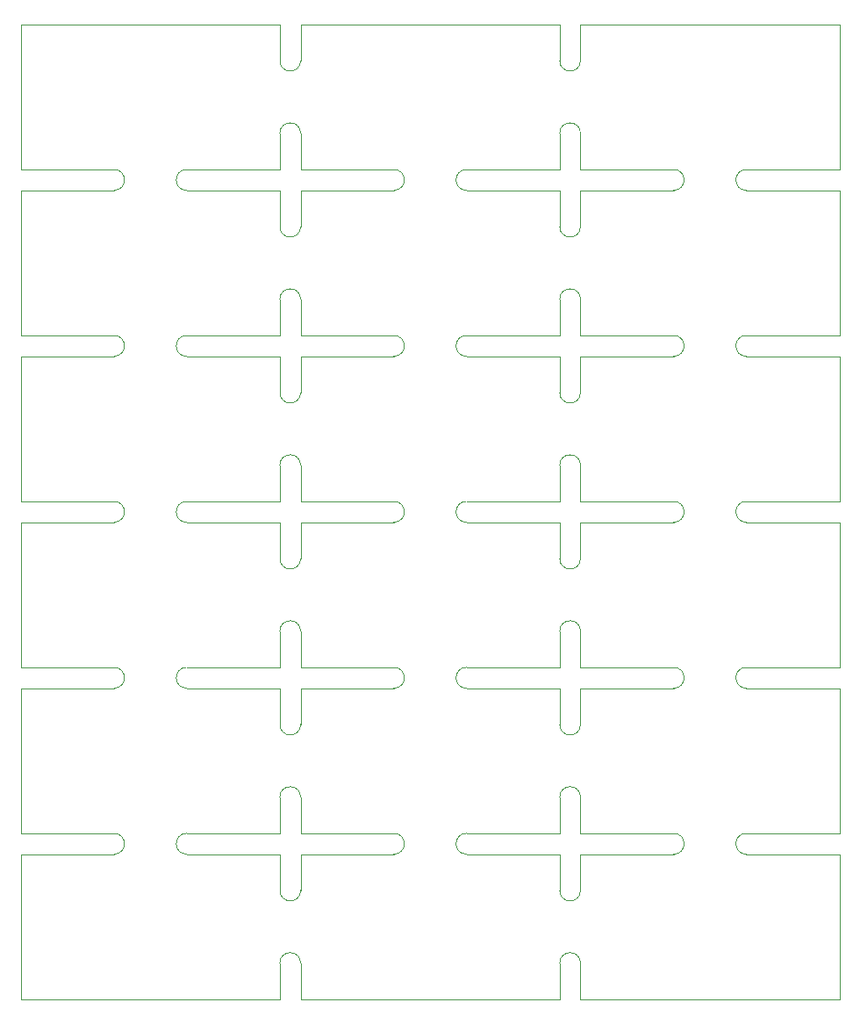
<source format=gm1>
%TF.GenerationSoftware,KiCad,Pcbnew,(5.1.10)-1*%
%TF.CreationDate,2021-12-01T17:32:52+01:00*%
%TF.ProjectId,RelayAdapter_panelized,52656c61-7941-4646-9170-7465725f7061,rev?*%
%TF.SameCoordinates,Original*%
%TF.FileFunction,Profile,NP*%
%FSLAX46Y46*%
G04 Gerber Fmt 4.6, Leading zero omitted, Abs format (unit mm)*
G04 Created by KiCad (PCBNEW (5.1.10)-1) date 2021-12-01 17:32:52*
%MOMM*%
%LPD*%
G01*
G04 APERTURE LIST*
%TA.AperFunction,Profile*%
%ADD10C,0.050000*%
%TD*%
G04 APERTURE END LIST*
D10*
X102000000Y-122500000D02*
G75*
G02*
X100000000Y-122500000I-1000000J0D01*
G01*
X75000000Y-122500000D02*
G75*
G02*
X73000000Y-122500000I-1000000J0D01*
G01*
X102000000Y-106500000D02*
G75*
G02*
X100000000Y-106500000I-1000000J0D01*
G01*
X75000000Y-106500000D02*
G75*
G02*
X73000000Y-106500000I-1000000J0D01*
G01*
X102000000Y-90500000D02*
G75*
G02*
X100000000Y-90500000I-1000000J0D01*
G01*
X75000000Y-90500000D02*
G75*
G02*
X73000000Y-90500000I-1000000J0D01*
G01*
X102000000Y-74500000D02*
G75*
G02*
X100000000Y-74500000I-1000000J0D01*
G01*
X75000000Y-74500000D02*
G75*
G02*
X73000000Y-74500000I-1000000J0D01*
G01*
X102000000Y-58500000D02*
G75*
G02*
X100000000Y-58500000I-1000000J0D01*
G01*
X75000000Y-58500000D02*
G75*
G02*
X73000000Y-58500000I-1000000J0D01*
G01*
X102000000Y-42500000D02*
G75*
G02*
X100000000Y-42500000I-1000000J0D01*
G01*
X75000000Y-42500000D02*
G75*
G02*
X73000000Y-42500000I-1000000J0D01*
G01*
X100000000Y-129500000D02*
G75*
G02*
X102000000Y-129500000I1000000J0D01*
G01*
X73000000Y-129500000D02*
G75*
G02*
X75000000Y-129500000I1000000J0D01*
G01*
X100000000Y-113500000D02*
G75*
G02*
X102000000Y-113500000I1000000J0D01*
G01*
X73000000Y-113500000D02*
G75*
G02*
X75000000Y-113500000I1000000J0D01*
G01*
X100000000Y-97500000D02*
G75*
G02*
X102000000Y-97500000I1000000J0D01*
G01*
X73000000Y-97500000D02*
G75*
G02*
X75000000Y-97500000I1000000J0D01*
G01*
X100000000Y-81500000D02*
G75*
G02*
X102000000Y-81500000I1000000J0D01*
G01*
X73000000Y-81500000D02*
G75*
G02*
X75000000Y-81500000I1000000J0D01*
G01*
X100000000Y-65500000D02*
G75*
G02*
X102000000Y-65500000I1000000J0D01*
G01*
X73000000Y-65500000D02*
G75*
G02*
X75000000Y-65500000I1000000J0D01*
G01*
X100000000Y-49500000D02*
G75*
G02*
X102000000Y-49500000I1000000J0D01*
G01*
X73000000Y-49500000D02*
G75*
G02*
X75000000Y-49500000I1000000J0D01*
G01*
X127000000Y-119000000D02*
X127000000Y-129500000D01*
X100000000Y-119000000D02*
X100000000Y-122500000D01*
X73000000Y-119000000D02*
X73000000Y-122500000D01*
X127000000Y-103000000D02*
X127000000Y-113500000D01*
X100000000Y-103000000D02*
X100000000Y-106500000D01*
X73000000Y-103000000D02*
X73000000Y-106500000D01*
X127000000Y-87000000D02*
X127000000Y-97500000D01*
X100000000Y-87000000D02*
X100000000Y-90500000D01*
X73000000Y-87000000D02*
X73000000Y-90500000D01*
X127000000Y-71000000D02*
X127000000Y-81500000D01*
X100000000Y-71000000D02*
X100000000Y-74500000D01*
X73000000Y-71000000D02*
X73000000Y-74500000D01*
X127000000Y-55000000D02*
X127000000Y-65500000D01*
X100000000Y-55000000D02*
X100000000Y-58500000D01*
X73000000Y-55000000D02*
X73000000Y-58500000D01*
X127000000Y-39000000D02*
X127000000Y-49500000D01*
X100000000Y-39000000D02*
X100000000Y-42500000D01*
X127000000Y-129500000D02*
X127000000Y-133000000D01*
X100000000Y-129500000D02*
X100000000Y-133000000D01*
X73000000Y-129500000D02*
X73000000Y-133000000D01*
X127000000Y-113500000D02*
X127000000Y-117000000D01*
X100000000Y-113500000D02*
X100000000Y-117000000D01*
X73000000Y-113500000D02*
X73000000Y-117000000D01*
X127000000Y-97500000D02*
X127000000Y-101000000D01*
X100000000Y-97500000D02*
X100000000Y-101000000D01*
X73000000Y-97500000D02*
X73000000Y-101000000D01*
X127000000Y-81500000D02*
X127000000Y-85000000D01*
X100000000Y-81500000D02*
X100000000Y-85000000D01*
X73000000Y-81500000D02*
X73000000Y-85000000D01*
X127000000Y-65500000D02*
X127000000Y-69000000D01*
X100000000Y-65500000D02*
X100000000Y-69000000D01*
X73000000Y-65500000D02*
X73000000Y-69000000D01*
X127000000Y-49500000D02*
X127000000Y-53000000D01*
X100000000Y-49500000D02*
X100000000Y-53000000D01*
X102000000Y-133000000D02*
X102000000Y-129500000D01*
X75000000Y-133000000D02*
X75000000Y-129500000D01*
X48000000Y-133000000D02*
X48000000Y-122500000D01*
X102000000Y-117000000D02*
X102000000Y-113500000D01*
X75000000Y-117000000D02*
X75000000Y-113500000D01*
X48000000Y-117000000D02*
X48000000Y-106500000D01*
X102000000Y-101000000D02*
X102000000Y-97500000D01*
X75000000Y-101000000D02*
X75000000Y-97500000D01*
X48000000Y-101000000D02*
X48000000Y-90500000D01*
X102000000Y-85000000D02*
X102000000Y-81500000D01*
X75000000Y-85000000D02*
X75000000Y-81500000D01*
X48000000Y-85000000D02*
X48000000Y-74500000D01*
X102000000Y-69000000D02*
X102000000Y-65500000D01*
X75000000Y-69000000D02*
X75000000Y-65500000D01*
X48000000Y-69000000D02*
X48000000Y-58500000D01*
X102000000Y-53000000D02*
X102000000Y-49500000D01*
X75000000Y-53000000D02*
X75000000Y-49500000D01*
X102000000Y-122500000D02*
X102000000Y-119000000D01*
X75000000Y-122500000D02*
X75000000Y-119000000D01*
X48000000Y-122500000D02*
X48000000Y-119000000D01*
X102000000Y-106500000D02*
X102000000Y-103000000D01*
X75000000Y-106500000D02*
X75000000Y-103000000D01*
X48000000Y-106500000D02*
X48000000Y-103000000D01*
X102000000Y-90500000D02*
X102000000Y-87000000D01*
X75000000Y-90500000D02*
X75000000Y-87000000D01*
X48000000Y-90500000D02*
X48000000Y-87000000D01*
X102000000Y-74500000D02*
X102000000Y-71000000D01*
X75000000Y-74500000D02*
X75000000Y-71000000D01*
X48000000Y-74500000D02*
X48000000Y-71000000D01*
X102000000Y-58500000D02*
X102000000Y-55000000D01*
X75000000Y-58500000D02*
X75000000Y-55000000D01*
X48000000Y-58500000D02*
X48000000Y-55000000D01*
X102000000Y-42500000D02*
X102000000Y-39000000D01*
X75000000Y-42500000D02*
X75000000Y-39000000D01*
X118000000Y-119000000D02*
X127000000Y-119000000D01*
X91000000Y-119000000D02*
X100000000Y-119000000D01*
X64000000Y-119000000D02*
X73000000Y-119000000D01*
X118000000Y-103000000D02*
X127000000Y-103000000D01*
X91000000Y-103000000D02*
X100000000Y-103000000D01*
X64000000Y-103000000D02*
X73000000Y-103000000D01*
X118000000Y-87000000D02*
X127000000Y-87000000D01*
X91000000Y-87000000D02*
X100000000Y-87000000D01*
X64000000Y-87000000D02*
X73000000Y-87000000D01*
X118000000Y-71000000D02*
X127000000Y-71000000D01*
X91000000Y-71000000D02*
X100000000Y-71000000D01*
X64000000Y-71000000D02*
X73000000Y-71000000D01*
X118000000Y-55000000D02*
X127000000Y-55000000D01*
X91000000Y-55000000D02*
X100000000Y-55000000D01*
X64000000Y-55000000D02*
X73000000Y-55000000D01*
X118000000Y-39000000D02*
X127000000Y-39000000D01*
X91000000Y-39000000D02*
X100000000Y-39000000D01*
X127000000Y-133000000D02*
X111000000Y-133000000D01*
X100000000Y-133000000D02*
X84000000Y-133000000D01*
X73000000Y-133000000D02*
X57000000Y-133000000D01*
X127000000Y-117000000D02*
X118000000Y-117000000D01*
X100000000Y-117000000D02*
X91000000Y-117000000D01*
X73000000Y-117000000D02*
X64000000Y-117000000D01*
X127000000Y-101000000D02*
X118000000Y-101000000D01*
X100000000Y-101000000D02*
X91000000Y-101000000D01*
X73000000Y-101000000D02*
X64000000Y-101000000D01*
X127000000Y-85000000D02*
X118000000Y-85000000D01*
X100000000Y-85000000D02*
X91000000Y-85000000D01*
X73000000Y-85000000D02*
X64000000Y-85000000D01*
X127000000Y-69000000D02*
X118000000Y-69000000D01*
X100000000Y-69000000D02*
X91000000Y-69000000D01*
X73000000Y-69000000D02*
X64000000Y-69000000D01*
X127000000Y-53000000D02*
X118000000Y-53000000D01*
X100000000Y-53000000D02*
X91000000Y-53000000D01*
X111000000Y-117000000D02*
G75*
G02*
X111000000Y-119000000I0J-1000000D01*
G01*
X84000000Y-117000000D02*
G75*
G02*
X84000000Y-119000000I0J-1000000D01*
G01*
X57000000Y-117000000D02*
G75*
G02*
X57000000Y-119000000I0J-1000000D01*
G01*
X111000000Y-101000000D02*
G75*
G02*
X111000000Y-103000000I0J-1000000D01*
G01*
X84000000Y-101000000D02*
G75*
G02*
X84000000Y-103000000I0J-1000000D01*
G01*
X57000000Y-101000000D02*
G75*
G02*
X57000000Y-103000000I0J-1000000D01*
G01*
X111000000Y-85000000D02*
G75*
G02*
X111000000Y-87000000I0J-1000000D01*
G01*
X84000000Y-85000000D02*
G75*
G02*
X84000000Y-87000000I0J-1000000D01*
G01*
X57000000Y-85000000D02*
G75*
G02*
X57000000Y-87000000I0J-1000000D01*
G01*
X111000000Y-69000000D02*
G75*
G02*
X111000000Y-71000000I0J-1000000D01*
G01*
X84000000Y-69000000D02*
G75*
G02*
X84000000Y-71000000I0J-1000000D01*
G01*
X57000000Y-69000000D02*
G75*
G02*
X57000000Y-71000000I0J-1000000D01*
G01*
X111000000Y-53000000D02*
G75*
G02*
X111000000Y-55000000I0J-1000000D01*
G01*
X84000000Y-53000000D02*
G75*
G02*
X84000000Y-55000000I0J-1000000D01*
G01*
X57000000Y-53000000D02*
G75*
G02*
X57000000Y-55000000I0J-1000000D01*
G01*
X118000000Y-119000000D02*
G75*
G02*
X118000000Y-117000000I0J1000000D01*
G01*
X91000000Y-119000000D02*
G75*
G02*
X91000000Y-117000000I0J1000000D01*
G01*
X64000000Y-119000000D02*
G75*
G02*
X64000000Y-117000000I0J1000000D01*
G01*
X118000000Y-103000000D02*
G75*
G02*
X118000000Y-101000000I0J1000000D01*
G01*
X91000000Y-103000000D02*
G75*
G02*
X91000000Y-101000000I0J1000000D01*
G01*
X64000000Y-103000000D02*
G75*
G02*
X64000000Y-101000000I0J1000000D01*
G01*
X118000000Y-87000000D02*
G75*
G02*
X118000000Y-85000000I0J1000000D01*
G01*
X91000000Y-87000000D02*
G75*
G02*
X91000000Y-85000000I0J1000000D01*
G01*
X64000000Y-87000000D02*
G75*
G02*
X64000000Y-85000000I0J1000000D01*
G01*
X118000000Y-71000000D02*
G75*
G02*
X118000000Y-69000000I0J1000000D01*
G01*
X91000000Y-71000000D02*
G75*
G02*
X91000000Y-69000000I0J1000000D01*
G01*
X64000000Y-71000000D02*
G75*
G02*
X64000000Y-69000000I0J1000000D01*
G01*
X118000000Y-55000000D02*
G75*
G02*
X118000000Y-53000000I0J1000000D01*
G01*
X91000000Y-55000000D02*
G75*
G02*
X91000000Y-53000000I0J1000000D01*
G01*
X64000000Y-55000000D02*
G75*
G02*
X64000000Y-53000000I0J1000000D01*
G01*
X111000000Y-133000000D02*
X102000000Y-133000000D01*
X84000000Y-133000000D02*
X75000000Y-133000000D01*
X57000000Y-133000000D02*
X48000000Y-133000000D01*
X111000000Y-117000000D02*
X102000000Y-117000000D01*
X84000000Y-117000000D02*
X75000000Y-117000000D01*
X57000000Y-117000000D02*
X48000000Y-117000000D01*
X111000000Y-101000000D02*
X102000000Y-101000000D01*
X84000000Y-101000000D02*
X75000000Y-101000000D01*
X57000000Y-101000000D02*
X48000000Y-101000000D01*
X111000000Y-85000000D02*
X102000000Y-85000000D01*
X84000000Y-85000000D02*
X75000000Y-85000000D01*
X57000000Y-85000000D02*
X48000000Y-85000000D01*
X111000000Y-69000000D02*
X102000000Y-69000000D01*
X84000000Y-69000000D02*
X75000000Y-69000000D01*
X57000000Y-69000000D02*
X48000000Y-69000000D01*
X111000000Y-53000000D02*
X102000000Y-53000000D01*
X84000000Y-53000000D02*
X75000000Y-53000000D01*
X102000000Y-119000000D02*
X111000000Y-119000000D01*
X75000000Y-119000000D02*
X84000000Y-119000000D01*
X48000000Y-119000000D02*
X57000000Y-119000000D01*
X102000000Y-103000000D02*
X111000000Y-103000000D01*
X75000000Y-103000000D02*
X84000000Y-103000000D01*
X48000000Y-103000000D02*
X57000000Y-103000000D01*
X102000000Y-87000000D02*
X111000000Y-87000000D01*
X75000000Y-87000000D02*
X84000000Y-87000000D01*
X48000000Y-87000000D02*
X57000000Y-87000000D01*
X102000000Y-71000000D02*
X111000000Y-71000000D01*
X75000000Y-71000000D02*
X84000000Y-71000000D01*
X48000000Y-71000000D02*
X57000000Y-71000000D01*
X102000000Y-55000000D02*
X111000000Y-55000000D01*
X75000000Y-55000000D02*
X84000000Y-55000000D01*
X48000000Y-55000000D02*
X57000000Y-55000000D01*
X102000000Y-39000000D02*
X118000000Y-39000000D01*
X75000000Y-39000000D02*
X91000000Y-39000000D01*
X48000000Y-53000000D02*
X48000000Y-42500000D01*
X57000000Y-53000000D02*
X48000000Y-53000000D01*
X73000000Y-53000000D02*
X64000000Y-53000000D01*
X73000000Y-49500000D02*
X73000000Y-53000000D01*
X73000000Y-39000000D02*
X73000000Y-42500000D01*
X64000000Y-39000000D02*
X73000000Y-39000000D01*
X48000000Y-39000000D02*
X64000000Y-39000000D01*
X48000000Y-42500000D02*
X48000000Y-39000000D01*
M02*

</source>
